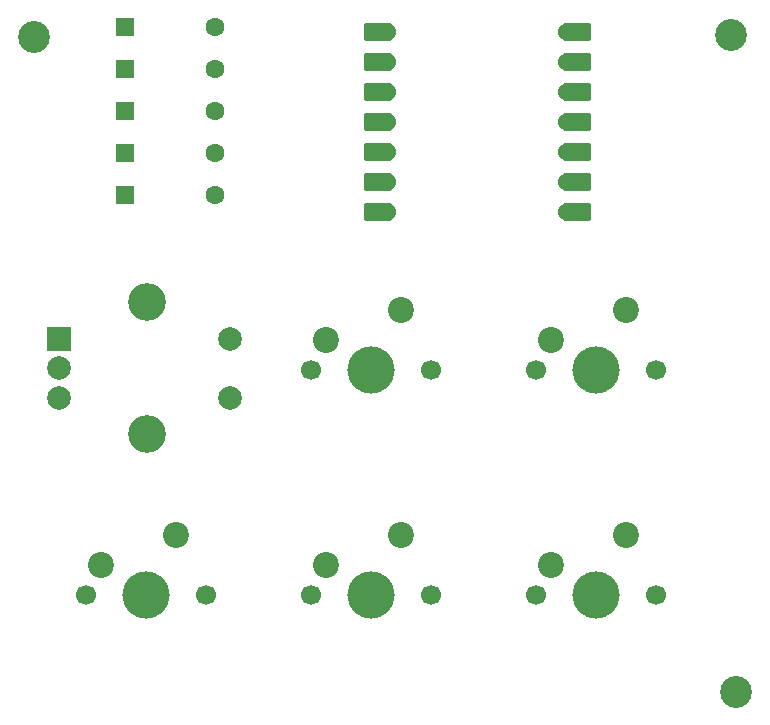
<source format=gbr>
%TF.GenerationSoftware,KiCad,Pcbnew,9.0.6*%
%TF.CreationDate,2026-01-21T21:59:35-06:00*%
%TF.ProjectId,test test,74657374-2074-4657-9374-2e6b69636164,rev?*%
%TF.SameCoordinates,Original*%
%TF.FileFunction,Soldermask,Top*%
%TF.FilePolarity,Negative*%
%FSLAX46Y46*%
G04 Gerber Fmt 4.6, Leading zero omitted, Abs format (unit mm)*
G04 Created by KiCad (PCBNEW 9.0.6) date 2026-01-21 21:59:35*
%MOMM*%
%LPD*%
G01*
G04 APERTURE LIST*
G04 Aperture macros list*
%AMRoundRect*
0 Rectangle with rounded corners*
0 $1 Rounding radius*
0 $2 $3 $4 $5 $6 $7 $8 $9 X,Y pos of 4 corners*
0 Add a 4 corners polygon primitive as box body*
4,1,4,$2,$3,$4,$5,$6,$7,$8,$9,$2,$3,0*
0 Add four circle primitives for the rounded corners*
1,1,$1+$1,$2,$3*
1,1,$1+$1,$4,$5*
1,1,$1+$1,$6,$7*
1,1,$1+$1,$8,$9*
0 Add four rect primitives between the rounded corners*
20,1,$1+$1,$2,$3,$4,$5,0*
20,1,$1+$1,$4,$5,$6,$7,0*
20,1,$1+$1,$6,$7,$8,$9,0*
20,1,$1+$1,$8,$9,$2,$3,0*%
G04 Aperture macros list end*
%ADD10RoundRect,0.250000X-0.550000X-0.550000X0.550000X-0.550000X0.550000X0.550000X-0.550000X0.550000X0*%
%ADD11C,1.600000*%
%ADD12C,2.700000*%
%ADD13R,2.000000X2.000000*%
%ADD14C,2.000000*%
%ADD15C,3.200000*%
%ADD16C,1.700000*%
%ADD17C,4.000000*%
%ADD18C,2.200000*%
%ADD19RoundRect,0.152400X1.063600X0.609600X-1.063600X0.609600X-1.063600X-0.609600X1.063600X-0.609600X0*%
%ADD20C,1.524000*%
%ADD21RoundRect,0.152400X-1.063600X-0.609600X1.063600X-0.609600X1.063600X0.609600X-1.063600X0.609600X0*%
G04 APERTURE END LIST*
D10*
%TO.C,D5*%
X72100000Y-63800000D03*
D11*
X79720000Y-63800000D03*
%TD*%
D12*
%TO.C,H2*%
X123400000Y-57400000D03*
%TD*%
D13*
%TO.C,SW6*%
X66462500Y-83106200D03*
D14*
X66462500Y-88106200D03*
X66462500Y-85606200D03*
D15*
X73962500Y-80006200D03*
X73962500Y-91206200D03*
D14*
X80962500Y-88106200D03*
X80962500Y-83106200D03*
%TD*%
D16*
%TO.C,SW4*%
X106838800Y-104775000D03*
D17*
X111918800Y-104775000D03*
D16*
X116998800Y-104775000D03*
D18*
X114458800Y-99695000D03*
X108108800Y-102235000D03*
%TD*%
D16*
%TO.C,SW5*%
X68738800Y-104775000D03*
D17*
X73818800Y-104775000D03*
D16*
X78898800Y-104775000D03*
D18*
X76358800Y-99695000D03*
X70008800Y-102235000D03*
%TD*%
D19*
%TO.C,U1*%
X93462500Y-57150000D03*
D20*
X94297500Y-57150000D03*
D19*
X93462500Y-59690000D03*
D20*
X94297500Y-59690000D03*
D19*
X93462500Y-62230000D03*
D20*
X94297500Y-62230000D03*
D19*
X93462500Y-64770000D03*
D20*
X94297500Y-64770000D03*
D19*
X93462500Y-67310000D03*
D20*
X94297500Y-67310000D03*
D19*
X93462500Y-69850000D03*
D20*
X94297500Y-69850000D03*
D19*
X93462500Y-72390000D03*
D20*
X94297500Y-72390000D03*
X109537500Y-72390000D03*
D21*
X110372500Y-72390000D03*
D20*
X109537500Y-69850000D03*
D21*
X110372500Y-69850000D03*
D20*
X109537500Y-67310000D03*
D21*
X110372500Y-67310000D03*
D20*
X109537500Y-64770000D03*
D21*
X110372500Y-64770000D03*
D20*
X109537500Y-62230000D03*
D21*
X110372500Y-62230000D03*
D20*
X109537500Y-59690000D03*
D21*
X110372500Y-59690000D03*
D20*
X109537500Y-57150000D03*
D21*
X110372500Y-57150000D03*
%TD*%
D16*
%TO.C,SW1*%
X87788800Y-85725000D03*
D17*
X92868800Y-85725000D03*
D16*
X97948800Y-85725000D03*
D18*
X95408800Y-80645000D03*
X89058800Y-83185000D03*
%TD*%
D10*
%TO.C,D6*%
X72100000Y-67350000D03*
D11*
X79720000Y-67350000D03*
%TD*%
D10*
%TO.C,D4*%
X72100000Y-60250000D03*
D11*
X79720000Y-60250000D03*
%TD*%
D16*
%TO.C,SW3*%
X87788800Y-104775000D03*
D17*
X92868800Y-104775000D03*
D16*
X97948800Y-104775000D03*
D18*
X95408800Y-99695000D03*
X89058800Y-102235000D03*
%TD*%
D10*
%TO.C,D7*%
X72100000Y-70900000D03*
D11*
X79720000Y-70900000D03*
%TD*%
D16*
%TO.C,SW2*%
X106838800Y-85725000D03*
D17*
X111918800Y-85725000D03*
D16*
X116998800Y-85725000D03*
D18*
X114458800Y-80645000D03*
X108108800Y-83185000D03*
%TD*%
D12*
%TO.C,H1*%
X64400000Y-57600000D03*
%TD*%
%TO.C,H3*%
X123800000Y-113000000D03*
%TD*%
D10*
%TO.C,D3*%
X72100000Y-56700000D03*
D11*
X79720000Y-56700000D03*
%TD*%
M02*

</source>
